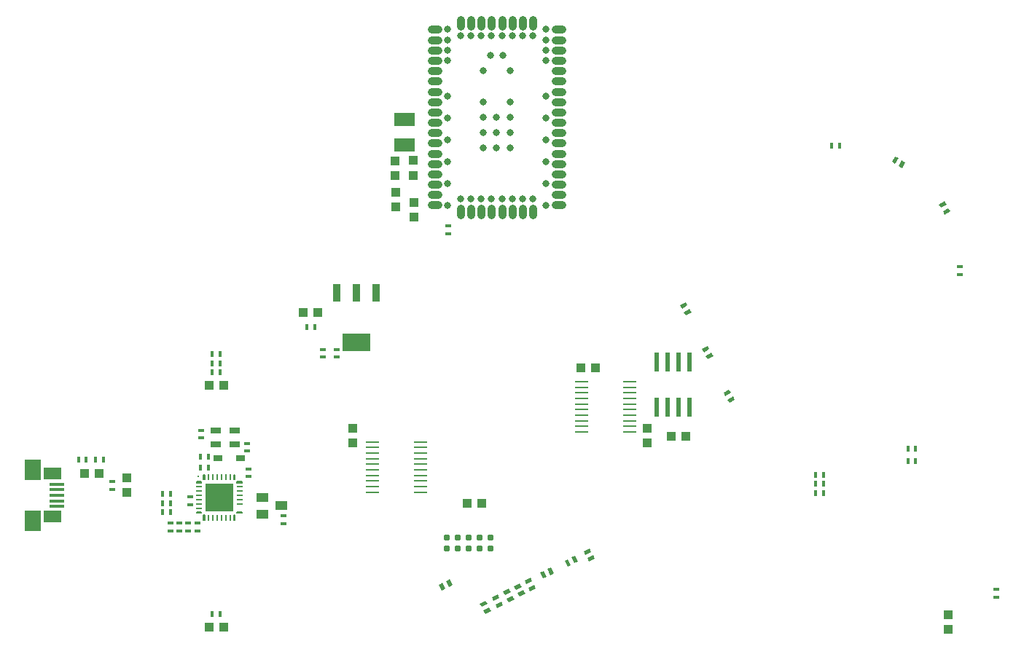
<source format=gbp>
G75*
%MOIN*%
%OFA0B0*%
%FSLAX25Y25*%
%IPPOS*%
%LPD*%
%AMOC8*
5,1,8,0,0,1.08239X$1,22.5*
%
%ADD10R,0.01800X0.03000*%
%ADD11C,0.03150*%
%ADD12C,0.03543*%
%ADD13R,0.03000X0.01800*%
%ADD14R,0.09449X0.06299*%
%ADD15R,0.04331X0.03937*%
%ADD16R,0.02362X0.08661*%
%ADD17R,0.03937X0.04331*%
%ADD18R,0.06102X0.00984*%
%ADD19R,0.03937X0.03150*%
%ADD20R,0.05512X0.03937*%
%ADD21C,0.00551*%
%ADD22R,0.01102X0.02756*%
%ADD23R,0.02756X0.01102*%
%ADD24R,0.12598X0.12598*%
%ADD25R,0.00984X0.00984*%
%ADD26R,0.05000X0.02500*%
%ADD27R,0.06693X0.01772*%
%ADD28R,0.08268X0.05807*%
%ADD29R,0.07480X0.09350*%
%ADD30R,0.12795X0.08465*%
%ADD31R,0.03740X0.08465*%
%ADD32C,0.03100*%
D10*
X0095300Y0052300D03*
X0098900Y0052300D03*
X0076110Y0098700D03*
X0072510Y0098700D03*
X0072500Y0102900D03*
X0076100Y0102900D03*
X0076100Y0107200D03*
X0072500Y0107200D03*
X0090000Y0119000D03*
X0093600Y0119000D03*
X0093600Y0124300D03*
X0090000Y0124300D03*
X0045475Y0122675D03*
X0041875Y0122675D03*
X0037700Y0122675D03*
X0034100Y0122675D03*
X0095300Y0162700D03*
X0098900Y0162700D03*
X0098900Y0166900D03*
X0095300Y0166900D03*
X0095300Y0171100D03*
X0098900Y0171100D03*
X0138500Y0183500D03*
X0142100Y0183500D03*
G36*
X0266007Y0079288D02*
X0265204Y0080898D01*
X0267887Y0082236D01*
X0268690Y0080626D01*
X0266007Y0079288D01*
G37*
G36*
X0267613Y0076066D02*
X0266810Y0077676D01*
X0269493Y0079014D01*
X0270296Y0077404D01*
X0267613Y0076066D01*
G37*
G36*
X0259602Y0078054D02*
X0261212Y0078857D01*
X0262550Y0076174D01*
X0260940Y0075371D01*
X0259602Y0078054D01*
G37*
G36*
X0256381Y0076448D02*
X0257991Y0077251D01*
X0259329Y0074568D01*
X0257719Y0073765D01*
X0256381Y0076448D01*
G37*
G36*
X0248437Y0072643D02*
X0250047Y0073446D01*
X0251385Y0070763D01*
X0249775Y0069960D01*
X0248437Y0072643D01*
G37*
G36*
X0245215Y0071037D02*
X0246825Y0071840D01*
X0248163Y0069157D01*
X0246553Y0068354D01*
X0245215Y0071037D01*
G37*
G36*
X0239008Y0065779D02*
X0238205Y0067389D01*
X0240888Y0068727D01*
X0241691Y0067117D01*
X0239008Y0065779D01*
G37*
G36*
X0240614Y0062557D02*
X0239811Y0064167D01*
X0242494Y0065505D01*
X0243297Y0063895D01*
X0240614Y0062557D01*
G37*
G36*
X0235734Y0060053D02*
X0234931Y0061663D01*
X0237614Y0063001D01*
X0238417Y0061391D01*
X0235734Y0060053D01*
G37*
G36*
X0230763Y0057615D02*
X0229960Y0059225D01*
X0232643Y0060563D01*
X0233446Y0058953D01*
X0230763Y0057615D01*
G37*
G36*
X0225511Y0054892D02*
X0224708Y0056502D01*
X0227391Y0057840D01*
X0228194Y0056230D01*
X0225511Y0054892D01*
G37*
G36*
X0220063Y0052115D02*
X0219260Y0053725D01*
X0221943Y0055063D01*
X0222746Y0053453D01*
X0220063Y0052115D01*
G37*
G36*
X0218457Y0055337D02*
X0217654Y0056947D01*
X0220337Y0058285D01*
X0221140Y0056675D01*
X0218457Y0055337D01*
G37*
G36*
X0223904Y0058114D02*
X0223101Y0059724D01*
X0225784Y0061062D01*
X0226587Y0059452D01*
X0223904Y0058114D01*
G37*
G36*
X0229157Y0060837D02*
X0228354Y0062447D01*
X0231037Y0063785D01*
X0231840Y0062175D01*
X0229157Y0060837D01*
G37*
G36*
X0234128Y0063275D02*
X0233325Y0064885D01*
X0236008Y0066223D01*
X0236811Y0064613D01*
X0234128Y0063275D01*
G37*
G36*
X0202237Y0067243D02*
X0203847Y0068046D01*
X0205185Y0065363D01*
X0203575Y0064560D01*
X0202237Y0067243D01*
G37*
G36*
X0199015Y0065637D02*
X0200625Y0066440D01*
X0201963Y0063757D01*
X0200353Y0062954D01*
X0199015Y0065637D01*
G37*
G36*
X0333449Y0151795D02*
X0334349Y0150237D01*
X0331751Y0148737D01*
X0330851Y0150295D01*
X0333449Y0151795D01*
G37*
G36*
X0331649Y0154913D02*
X0332549Y0153355D01*
X0329951Y0151855D01*
X0329051Y0153413D01*
X0331649Y0154913D01*
G37*
G36*
X0323574Y0171770D02*
X0324474Y0170212D01*
X0321876Y0168712D01*
X0320976Y0170270D01*
X0323574Y0171770D01*
G37*
G36*
X0321774Y0174888D02*
X0322674Y0173330D01*
X0320076Y0171830D01*
X0319176Y0173388D01*
X0321774Y0174888D01*
G37*
G36*
X0313574Y0191770D02*
X0314474Y0190212D01*
X0311876Y0188712D01*
X0310976Y0190270D01*
X0313574Y0191770D01*
G37*
G36*
X0311774Y0194888D02*
X0312674Y0193330D01*
X0310076Y0191830D01*
X0309176Y0193388D01*
X0311774Y0194888D01*
G37*
G36*
X0407587Y0261599D02*
X0409145Y0260699D01*
X0407645Y0258101D01*
X0406087Y0259001D01*
X0407587Y0261599D01*
G37*
G36*
X0410705Y0259799D02*
X0412263Y0258899D01*
X0410763Y0256301D01*
X0409205Y0257201D01*
X0410705Y0259799D01*
G37*
X0382250Y0266425D03*
X0378650Y0266425D03*
G36*
X0430199Y0241063D02*
X0431099Y0239505D01*
X0428501Y0238005D01*
X0427601Y0239563D01*
X0430199Y0241063D01*
G37*
G36*
X0431999Y0237945D02*
X0432899Y0236387D01*
X0430301Y0234887D01*
X0429401Y0236445D01*
X0431999Y0237945D01*
G37*
X0417025Y0127875D03*
X0413425Y0127875D03*
X0413400Y0122100D03*
X0417000Y0122100D03*
X0374900Y0115900D03*
X0371300Y0115900D03*
X0371300Y0111700D03*
X0374900Y0111700D03*
X0374900Y0107500D03*
X0371300Y0107500D03*
D11*
X0247796Y0239288D03*
X0241890Y0242280D03*
X0237166Y0242280D03*
X0232442Y0242280D03*
X0227717Y0242280D03*
X0222993Y0242280D03*
X0218268Y0242280D03*
X0213544Y0242280D03*
X0208820Y0242280D03*
X0202914Y0239288D03*
X0202914Y0249288D03*
X0202914Y0259288D03*
X0202914Y0269288D03*
X0202914Y0279288D03*
X0202914Y0289288D03*
X0219292Y0286572D03*
X0219292Y0279485D03*
X0225355Y0279485D03*
X0231418Y0279485D03*
X0231418Y0272398D03*
X0225355Y0272398D03*
X0219292Y0272398D03*
X0219292Y0265312D03*
X0225355Y0265312D03*
X0231418Y0265312D03*
X0247796Y0269288D03*
X0247796Y0259288D03*
X0247796Y0249288D03*
X0247796Y0279288D03*
X0247796Y0289288D03*
X0231418Y0286572D03*
X0231418Y0300745D03*
X0228111Y0307831D03*
X0222599Y0307831D03*
X0219292Y0300745D03*
X0202914Y0305469D03*
X0202914Y0310194D03*
X0202914Y0314918D03*
X0208820Y0316690D03*
X0213544Y0316690D03*
X0218268Y0316690D03*
X0222993Y0316690D03*
X0227717Y0316690D03*
X0232442Y0316690D03*
X0237166Y0316690D03*
X0241890Y0316690D03*
X0247796Y0314918D03*
X0247796Y0310194D03*
X0247796Y0305469D03*
X0247796Y0319642D03*
X0202914Y0319642D03*
D12*
X0195431Y0319642D02*
X0195431Y0319642D01*
X0198389Y0319642D01*
X0198389Y0319642D01*
X0195431Y0319642D01*
X0195431Y0314942D02*
X0195431Y0314942D01*
X0198389Y0314942D01*
X0198389Y0314942D01*
X0195431Y0314942D01*
X0195431Y0310194D02*
X0195431Y0310194D01*
X0198389Y0310194D01*
X0198389Y0310194D01*
X0195431Y0310194D01*
X0195431Y0305469D02*
X0195431Y0305469D01*
X0198389Y0305469D01*
X0198389Y0305469D01*
X0195431Y0305469D01*
X0195431Y0300745D02*
X0195431Y0300745D01*
X0198389Y0300745D01*
X0198389Y0300745D01*
X0195431Y0300745D01*
X0195431Y0296020D02*
X0195431Y0296020D01*
X0198389Y0296020D01*
X0198389Y0296020D01*
X0195431Y0296020D01*
X0195431Y0291296D02*
X0195431Y0291296D01*
X0198389Y0291296D01*
X0198389Y0291296D01*
X0195431Y0291296D01*
X0195431Y0286572D02*
X0195431Y0286572D01*
X0198389Y0286572D01*
X0198389Y0286572D01*
X0195431Y0286572D01*
X0195431Y0281847D02*
X0195431Y0281847D01*
X0198389Y0281847D01*
X0198389Y0281847D01*
X0195431Y0281847D01*
X0195431Y0277123D02*
X0195431Y0277123D01*
X0198389Y0277123D01*
X0198389Y0277123D01*
X0195431Y0277123D01*
X0195431Y0272398D02*
X0195431Y0272398D01*
X0198389Y0272398D01*
X0198389Y0272398D01*
X0195431Y0272398D01*
X0195431Y0267674D02*
X0195431Y0267674D01*
X0198389Y0267674D01*
X0198389Y0267674D01*
X0195431Y0267674D01*
X0195431Y0262942D02*
X0195431Y0262942D01*
X0198389Y0262942D01*
X0198389Y0262942D01*
X0195431Y0262942D01*
X0195431Y0258242D02*
X0195431Y0258242D01*
X0198389Y0258242D01*
X0198389Y0258242D01*
X0195431Y0258242D01*
X0195431Y0253542D02*
X0195431Y0253542D01*
X0198389Y0253542D01*
X0198389Y0253542D01*
X0195431Y0253542D01*
X0195431Y0248742D02*
X0195431Y0248742D01*
X0198389Y0248742D01*
X0198389Y0248742D01*
X0195431Y0248742D01*
X0195431Y0244042D02*
X0195431Y0244042D01*
X0198389Y0244042D01*
X0198389Y0244042D01*
X0195431Y0244042D01*
X0195431Y0239342D02*
X0195431Y0239342D01*
X0198389Y0239342D01*
X0198389Y0239342D01*
X0195431Y0239342D01*
X0208820Y0237709D02*
X0208820Y0237709D01*
X0208820Y0234751D01*
X0208820Y0234751D01*
X0208820Y0237709D01*
X0213544Y0237709D02*
X0213544Y0237709D01*
X0213544Y0234751D01*
X0213544Y0234751D01*
X0213544Y0237709D01*
X0218268Y0237709D02*
X0218268Y0237709D01*
X0218268Y0234751D01*
X0218268Y0234751D01*
X0218268Y0237709D01*
X0222993Y0237709D02*
X0222993Y0237709D01*
X0222993Y0234751D01*
X0222993Y0234751D01*
X0222993Y0237709D01*
X0227717Y0237709D02*
X0227717Y0237709D01*
X0227717Y0234751D01*
X0227717Y0234751D01*
X0227717Y0237709D01*
X0232442Y0237709D02*
X0232442Y0237709D01*
X0232442Y0234751D01*
X0232442Y0234751D01*
X0232442Y0237709D01*
X0237166Y0237709D02*
X0237166Y0237709D01*
X0237166Y0234751D01*
X0237166Y0234751D01*
X0237166Y0237709D01*
X0241890Y0237709D02*
X0241890Y0237709D01*
X0241890Y0234751D01*
X0241890Y0234751D01*
X0241890Y0237709D01*
X0255179Y0239328D02*
X0255179Y0239328D01*
X0252221Y0239328D01*
X0252221Y0239328D01*
X0255179Y0239328D01*
X0255179Y0244052D02*
X0255179Y0244052D01*
X0252221Y0244052D01*
X0252221Y0244052D01*
X0255179Y0244052D01*
X0255179Y0248776D02*
X0255179Y0248776D01*
X0252221Y0248776D01*
X0252221Y0248776D01*
X0255179Y0248776D01*
X0255179Y0253501D02*
X0255179Y0253501D01*
X0252221Y0253501D01*
X0252221Y0253501D01*
X0255179Y0253501D01*
X0255179Y0258225D02*
X0255179Y0258225D01*
X0252221Y0258225D01*
X0252221Y0258225D01*
X0255179Y0258225D01*
X0255179Y0262950D02*
X0255179Y0262950D01*
X0252221Y0262950D01*
X0252221Y0262950D01*
X0255179Y0262950D01*
X0255279Y0267674D02*
X0255279Y0267674D01*
X0252321Y0267674D01*
X0252321Y0267674D01*
X0255279Y0267674D01*
X0255279Y0272398D02*
X0255279Y0272398D01*
X0252321Y0272398D01*
X0252321Y0272398D01*
X0255279Y0272398D01*
X0255279Y0277123D02*
X0255279Y0277123D01*
X0252321Y0277123D01*
X0252321Y0277123D01*
X0255279Y0277123D01*
X0255279Y0281847D02*
X0255279Y0281847D01*
X0252321Y0281847D01*
X0252321Y0281847D01*
X0255279Y0281847D01*
X0255279Y0286572D02*
X0255279Y0286572D01*
X0252321Y0286572D01*
X0252321Y0286572D01*
X0255279Y0286572D01*
X0255279Y0291296D02*
X0255279Y0291296D01*
X0252321Y0291296D01*
X0252321Y0291296D01*
X0255279Y0291296D01*
X0255279Y0296020D02*
X0255279Y0296020D01*
X0252321Y0296020D01*
X0252321Y0296020D01*
X0255279Y0296020D01*
X0255279Y0300745D02*
X0255279Y0300745D01*
X0252321Y0300745D01*
X0252321Y0300745D01*
X0255279Y0300745D01*
X0255279Y0305469D02*
X0255279Y0305469D01*
X0252321Y0305469D01*
X0252321Y0305469D01*
X0255279Y0305469D01*
X0255279Y0310194D02*
X0255279Y0310194D01*
X0252321Y0310194D01*
X0252321Y0310194D01*
X0255279Y0310194D01*
X0255279Y0314918D02*
X0255279Y0314918D01*
X0252321Y0314918D01*
X0252321Y0314918D01*
X0255279Y0314918D01*
X0255279Y0319642D02*
X0255279Y0319642D01*
X0252321Y0319642D01*
X0252321Y0319642D01*
X0255279Y0319642D01*
X0241890Y0324209D02*
X0241890Y0324209D01*
X0241890Y0321251D01*
X0241890Y0321251D01*
X0241890Y0324209D01*
X0237166Y0324209D02*
X0237166Y0324209D01*
X0237166Y0321251D01*
X0237166Y0321251D01*
X0237166Y0324209D01*
X0232417Y0324209D02*
X0232417Y0324209D01*
X0232417Y0321251D01*
X0232417Y0321251D01*
X0232417Y0324209D01*
X0227717Y0324209D02*
X0227717Y0324209D01*
X0227717Y0321251D01*
X0227717Y0321251D01*
X0227717Y0324209D01*
X0222993Y0324209D02*
X0222993Y0324209D01*
X0222993Y0321251D01*
X0222993Y0321251D01*
X0222993Y0324209D01*
X0218268Y0324209D02*
X0218268Y0324209D01*
X0218268Y0321251D01*
X0218268Y0321251D01*
X0218268Y0324209D01*
X0213544Y0324209D02*
X0213544Y0324209D01*
X0213544Y0321251D01*
X0213544Y0321251D01*
X0213544Y0324209D01*
X0208812Y0324209D02*
X0208812Y0324209D01*
X0208812Y0321251D01*
X0208812Y0321251D01*
X0208812Y0324209D01*
D13*
X0203050Y0229700D03*
X0203050Y0226100D03*
X0152325Y0173300D03*
X0152325Y0169700D03*
X0145825Y0169700D03*
X0145825Y0173300D03*
X0090100Y0136300D03*
X0090100Y0132700D03*
X0111200Y0130300D03*
X0111200Y0126700D03*
X0111800Y0118630D03*
X0111800Y0115030D03*
X0127980Y0097140D03*
X0127980Y0093540D03*
X0088410Y0093810D03*
X0088410Y0090210D03*
X0084280Y0090210D03*
X0084280Y0093810D03*
X0080150Y0093810D03*
X0080150Y0090210D03*
X0076050Y0090210D03*
X0076050Y0093810D03*
X0085100Y0102100D03*
X0085100Y0105700D03*
X0049500Y0109300D03*
X0049500Y0112900D03*
X0437300Y0207500D03*
X0437300Y0211100D03*
X0453850Y0063375D03*
X0453850Y0059775D03*
D14*
X0183300Y0266744D03*
X0183300Y0278556D03*
D15*
X0187100Y0259646D03*
X0178750Y0259471D03*
X0178750Y0252779D03*
X0187100Y0252954D03*
X0179250Y0245146D03*
X0187625Y0240471D03*
X0179250Y0238454D03*
X0187625Y0233779D03*
X0294350Y0137121D03*
X0294350Y0130429D03*
X0159575Y0130329D03*
X0159575Y0137021D03*
X0056100Y0114446D03*
X0056100Y0107754D03*
X0431900Y0051871D03*
X0431900Y0045179D03*
D16*
X0313400Y0146864D03*
X0308400Y0146864D03*
X0303400Y0146864D03*
X0298400Y0146864D03*
X0298400Y0167336D03*
X0303400Y0167336D03*
X0308400Y0167336D03*
X0313400Y0167336D03*
D17*
X0093754Y0046300D03*
X0100446Y0046300D03*
X0211729Y0102775D03*
X0218421Y0102775D03*
X0305329Y0133500D03*
X0312021Y0133500D03*
X0270621Y0164750D03*
X0263929Y0164750D03*
X0143646Y0190100D03*
X0136954Y0190100D03*
X0100446Y0156700D03*
X0093754Y0156700D03*
X0043521Y0116625D03*
X0036829Y0116625D03*
D18*
X0168653Y0115546D03*
X0168653Y0118105D03*
X0168653Y0120664D03*
X0168653Y0123223D03*
X0168653Y0125782D03*
X0168653Y0128341D03*
X0168653Y0130900D03*
X0190700Y0130900D03*
X0190700Y0128341D03*
X0190700Y0125782D03*
X0190700Y0123223D03*
X0190700Y0120664D03*
X0190700Y0118105D03*
X0190700Y0115546D03*
X0190700Y0112987D03*
X0190700Y0110428D03*
X0190700Y0107869D03*
X0168653Y0107869D03*
X0168653Y0110428D03*
X0168653Y0112987D03*
X0264050Y0135500D03*
X0264050Y0138059D03*
X0264050Y0140618D03*
X0264050Y0143177D03*
X0264050Y0145736D03*
X0264050Y0148295D03*
X0264050Y0150854D03*
X0264050Y0153413D03*
X0264050Y0155972D03*
X0264050Y0158531D03*
X0286097Y0158531D03*
X0286097Y0155972D03*
X0286097Y0153413D03*
X0286097Y0150854D03*
X0286097Y0148295D03*
X0286097Y0145736D03*
X0286097Y0143177D03*
X0286097Y0140618D03*
X0286097Y0138059D03*
X0286097Y0135500D03*
D19*
X0108118Y0123400D03*
X0097882Y0123400D03*
D20*
X0118369Y0105440D03*
X0127031Y0101700D03*
X0118369Y0097960D03*
D21*
X0106649Y0098334D02*
X0106649Y0098886D01*
X0108855Y0098886D01*
X0108855Y0098334D01*
X0106649Y0098334D01*
X0106649Y0098884D02*
X0108855Y0098884D01*
X0105114Y0097351D02*
X0105114Y0095145D01*
X0105114Y0097351D02*
X0105666Y0097351D01*
X0105666Y0095145D01*
X0105114Y0095145D01*
X0105114Y0095695D02*
X0105666Y0095695D01*
X0105666Y0096245D02*
X0105114Y0096245D01*
X0105114Y0096795D02*
X0105666Y0096795D01*
X0105666Y0097345D02*
X0105114Y0097345D01*
X0091334Y0097351D02*
X0091334Y0095145D01*
X0091334Y0097351D02*
X0091886Y0097351D01*
X0091886Y0095145D01*
X0091334Y0095145D01*
X0091334Y0095695D02*
X0091886Y0095695D01*
X0091886Y0096245D02*
X0091334Y0096245D01*
X0091334Y0096795D02*
X0091886Y0096795D01*
X0091886Y0097345D02*
X0091334Y0097345D01*
X0088145Y0098334D02*
X0088145Y0098886D01*
X0090351Y0098886D01*
X0090351Y0098334D01*
X0088145Y0098334D01*
X0088145Y0098884D02*
X0090351Y0098884D01*
X0088145Y0112114D02*
X0088145Y0112666D01*
X0090351Y0112666D01*
X0090351Y0112114D01*
X0088145Y0112114D01*
X0088145Y0112664D02*
X0090351Y0112664D01*
X0091334Y0113649D02*
X0091334Y0115855D01*
X0091886Y0115855D01*
X0091886Y0113649D01*
X0091334Y0113649D01*
X0091334Y0114199D02*
X0091886Y0114199D01*
X0091886Y0114749D02*
X0091334Y0114749D01*
X0091334Y0115299D02*
X0091886Y0115299D01*
X0091886Y0115849D02*
X0091334Y0115849D01*
X0105114Y0115855D02*
X0105114Y0113649D01*
X0105114Y0115855D02*
X0105666Y0115855D01*
X0105666Y0113649D01*
X0105114Y0113649D01*
X0105114Y0114199D02*
X0105666Y0114199D01*
X0105666Y0114749D02*
X0105114Y0114749D01*
X0105114Y0115299D02*
X0105666Y0115299D01*
X0105666Y0115849D02*
X0105114Y0115849D01*
X0106649Y0112666D02*
X0106649Y0112114D01*
X0106649Y0112666D02*
X0108855Y0112666D01*
X0108855Y0112114D01*
X0106649Y0112114D01*
X0106649Y0112664D02*
X0108855Y0112664D01*
D22*
X0103421Y0114752D03*
X0101453Y0114752D03*
X0099484Y0114752D03*
X0097516Y0114752D03*
X0095547Y0114752D03*
X0093579Y0114752D03*
X0093579Y0096248D03*
X0095547Y0096248D03*
X0097516Y0096248D03*
X0099484Y0096248D03*
X0101453Y0096248D03*
X0103421Y0096248D03*
D23*
X0107752Y0102547D03*
X0107752Y0104516D03*
X0107752Y0106484D03*
X0107752Y0108453D03*
X0107752Y0110421D03*
X0089248Y0110421D03*
X0089248Y0108453D03*
X0089248Y0106484D03*
X0089248Y0104516D03*
X0089248Y0102547D03*
X0089248Y0100579D03*
D24*
X0098500Y0105500D03*
D25*
X0088992Y0115008D03*
D26*
X0096900Y0129700D03*
X0105500Y0129700D03*
X0105500Y0136300D03*
X0096900Y0136300D03*
D27*
X0024124Y0111618D03*
X0024124Y0109059D03*
X0024124Y0106500D03*
X0024124Y0103941D03*
X0024124Y0101382D03*
D28*
X0022155Y0096657D03*
X0022155Y0116343D03*
D29*
X0013100Y0118114D03*
X0013100Y0094886D03*
D30*
X0161253Y0176469D03*
D31*
X0161253Y0199303D03*
X0152198Y0199303D03*
X0170308Y0199303D03*
D32*
X0202400Y0087200D03*
X0207400Y0087200D03*
X0212400Y0087200D03*
X0217400Y0087200D03*
X0222400Y0087200D03*
X0222400Y0082200D03*
X0217400Y0082200D03*
X0212400Y0082200D03*
X0207400Y0082200D03*
X0202400Y0082200D03*
M02*

</source>
